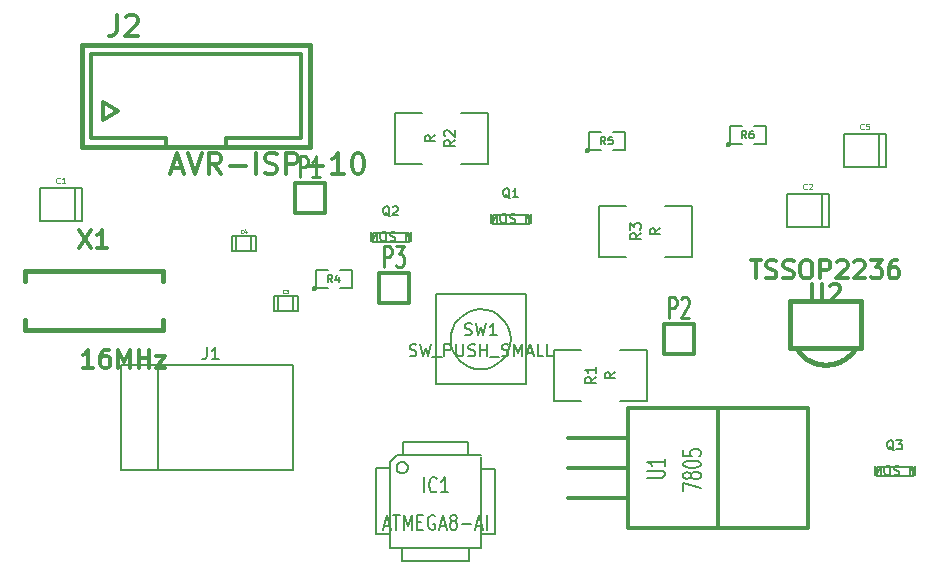
<source format=gto>
G04 (created by PCBNEW-RS274X (2011-07-20 BZR 3052)-stable) date Sat 10 Sep 2011 12:05:51 AM CEST*
G01*
G70*
G90*
%MOIN*%
G04 Gerber Fmt 3.4, Leading zero omitted, Abs format*
%FSLAX34Y34*%
G04 APERTURE LIST*
%ADD10C,0.006000*%
%ADD11C,0.015000*%
%ADD12C,0.005000*%
%ADD13C,0.008000*%
%ADD14C,0.012500*%
%ADD15C,0.012000*%
%ADD16C,0.007500*%
%ADD17C,0.010700*%
%ADD18C,0.004700*%
%ADD19C,0.002400*%
G04 APERTURE END LIST*
G54D10*
G54D11*
X56317Y-28284D02*
X56373Y-28368D01*
X56435Y-28446D01*
X56504Y-28519D01*
X56579Y-28585D01*
X56659Y-28644D01*
X56744Y-28697D01*
X56834Y-28741D01*
X56927Y-28778D01*
X57023Y-28806D01*
X57121Y-28826D01*
X57220Y-28838D01*
X57320Y-28840D01*
X57419Y-28834D01*
X57518Y-28819D01*
X57616Y-28796D01*
X57711Y-28764D01*
X57802Y-28724D01*
X57890Y-28677D01*
X56711Y-28678D02*
X56799Y-28725D01*
X56891Y-28765D01*
X56986Y-28797D01*
X57084Y-28820D01*
X57183Y-28834D01*
X57282Y-28840D01*
X57382Y-28838D01*
X57481Y-28826D01*
X57579Y-28806D01*
X57675Y-28777D01*
X57768Y-28741D01*
X57857Y-28696D01*
X57943Y-28643D01*
X58023Y-28584D01*
X58098Y-28517D01*
X58166Y-28444D01*
X58229Y-28366D01*
X58284Y-28283D01*
X56119Y-26709D02*
X58481Y-26709D01*
X58481Y-26709D02*
X58481Y-28284D01*
X58481Y-28284D02*
X56119Y-28284D01*
X56119Y-28284D02*
X56119Y-26709D01*
G54D10*
X46280Y-34490D02*
X45830Y-34490D01*
X46280Y-32310D02*
X45840Y-32310D01*
X46280Y-34490D02*
X46280Y-32310D01*
X45400Y-34960D02*
X45400Y-35390D01*
X43190Y-34970D02*
X43190Y-35390D01*
X43180Y-35390D02*
X45400Y-35400D01*
X43200Y-31420D02*
X45370Y-31410D01*
X42770Y-32110D02*
X42770Y-34940D01*
X45380Y-31420D02*
X45380Y-31830D01*
X43020Y-31870D02*
X45800Y-31870D01*
X45820Y-34950D02*
X45820Y-31910D01*
X42770Y-34950D02*
X45770Y-34950D01*
X42320Y-32280D02*
X42320Y-34500D01*
X42320Y-34500D02*
X42770Y-34500D01*
X42774Y-32100D02*
X43004Y-31870D01*
X42322Y-32280D02*
X42774Y-32280D01*
X43200Y-31870D02*
X43200Y-31418D01*
X43370Y-32274D02*
X43366Y-32310D01*
X43355Y-32345D01*
X43338Y-32378D01*
X43315Y-32406D01*
X43287Y-32429D01*
X43254Y-32447D01*
X43219Y-32458D01*
X43183Y-32461D01*
X43147Y-32458D01*
X43112Y-32448D01*
X43080Y-32431D01*
X43051Y-32408D01*
X43027Y-32380D01*
X43010Y-32348D01*
X42999Y-32313D01*
X42995Y-32276D01*
X42998Y-32241D01*
X43008Y-32205D01*
X43024Y-32173D01*
X43047Y-32144D01*
X43075Y-32120D01*
X43107Y-32102D01*
X43142Y-32091D01*
X43179Y-32087D01*
X43214Y-32089D01*
X43249Y-32099D01*
X43282Y-32116D01*
X43311Y-32138D01*
X43335Y-32166D01*
X43353Y-32198D01*
X43365Y-32233D01*
X43369Y-32269D01*
X43370Y-32274D01*
G54D12*
X46800Y-28000D02*
X46780Y-28194D01*
X46724Y-28381D01*
X46632Y-28553D01*
X46509Y-28704D01*
X46359Y-28829D01*
X46187Y-28921D01*
X46001Y-28979D01*
X45806Y-28999D01*
X45613Y-28982D01*
X45426Y-28927D01*
X45253Y-28836D01*
X45101Y-28714D01*
X44975Y-28564D01*
X44881Y-28393D01*
X44822Y-28207D01*
X44801Y-28013D01*
X44817Y-27820D01*
X44871Y-27632D01*
X44960Y-27459D01*
X45081Y-27306D01*
X45230Y-27179D01*
X45400Y-27084D01*
X45586Y-27024D01*
X45780Y-27001D01*
X45973Y-27016D01*
X46161Y-27068D01*
X46335Y-27156D01*
X46489Y-27276D01*
X46617Y-27424D01*
X46713Y-27594D01*
X46775Y-27779D01*
X46799Y-27973D01*
X46800Y-28000D01*
X44300Y-26500D02*
X47300Y-26500D01*
X47300Y-26500D02*
X47300Y-29500D01*
X47300Y-29500D02*
X44300Y-29500D01*
X44300Y-26500D02*
X44300Y-29500D01*
X59000Y-32250D02*
X60200Y-32250D01*
X60200Y-32250D02*
X60200Y-32550D01*
X60200Y-32550D02*
X59000Y-32550D01*
X59000Y-32550D02*
X59000Y-32250D01*
X46200Y-23850D02*
X47400Y-23850D01*
X47400Y-23850D02*
X47400Y-24150D01*
X47400Y-24150D02*
X46200Y-24150D01*
X46200Y-24150D02*
X46200Y-23850D01*
X42200Y-24450D02*
X43400Y-24450D01*
X43400Y-24450D02*
X43400Y-24750D01*
X43400Y-24750D02*
X42200Y-24750D01*
X42200Y-24750D02*
X42200Y-24450D01*
G54D13*
X52850Y-25250D02*
X51950Y-25250D01*
X51950Y-23550D02*
X52850Y-23550D01*
X50650Y-25250D02*
X49750Y-25250D01*
X49750Y-23550D02*
X50650Y-23550D01*
X49750Y-25250D02*
X49750Y-23550D01*
X52850Y-23550D02*
X52850Y-25250D01*
X42950Y-20450D02*
X43850Y-20450D01*
X43850Y-22150D02*
X42950Y-22150D01*
X45150Y-20450D02*
X46050Y-20450D01*
X46050Y-22150D02*
X45150Y-22150D01*
X46050Y-20450D02*
X46050Y-22150D01*
X42950Y-22150D02*
X42950Y-20450D01*
X51350Y-30050D02*
X50450Y-30050D01*
X50450Y-28350D02*
X51350Y-28350D01*
X49150Y-30050D02*
X48250Y-30050D01*
X48250Y-28350D02*
X49150Y-28350D01*
X48250Y-30050D02*
X48250Y-28350D01*
X51350Y-28350D02*
X51350Y-30050D01*
G54D12*
X49400Y-21700D02*
X49399Y-21709D01*
X49396Y-21719D01*
X49391Y-21727D01*
X49385Y-21735D01*
X49377Y-21741D01*
X49369Y-21746D01*
X49360Y-21748D01*
X49350Y-21749D01*
X49341Y-21749D01*
X49332Y-21746D01*
X49323Y-21741D01*
X49316Y-21735D01*
X49309Y-21728D01*
X49305Y-21719D01*
X49302Y-21710D01*
X49301Y-21700D01*
X49301Y-21691D01*
X49304Y-21682D01*
X49308Y-21673D01*
X49315Y-21666D01*
X49322Y-21659D01*
X49330Y-21655D01*
X49340Y-21652D01*
X49349Y-21651D01*
X49358Y-21651D01*
X49368Y-21654D01*
X49376Y-21658D01*
X49384Y-21664D01*
X49390Y-21672D01*
X49395Y-21680D01*
X49398Y-21689D01*
X49399Y-21699D01*
X49400Y-21700D01*
X49800Y-21700D02*
X49400Y-21700D01*
X49400Y-21700D02*
X49400Y-21100D01*
X49400Y-21100D02*
X49800Y-21100D01*
X50200Y-21100D02*
X50600Y-21100D01*
X50600Y-21100D02*
X50600Y-21700D01*
X50600Y-21700D02*
X50200Y-21700D01*
X54100Y-21500D02*
X54099Y-21509D01*
X54096Y-21519D01*
X54091Y-21527D01*
X54085Y-21535D01*
X54077Y-21541D01*
X54069Y-21546D01*
X54060Y-21548D01*
X54050Y-21549D01*
X54041Y-21549D01*
X54032Y-21546D01*
X54023Y-21541D01*
X54016Y-21535D01*
X54009Y-21528D01*
X54005Y-21519D01*
X54002Y-21510D01*
X54001Y-21500D01*
X54001Y-21491D01*
X54004Y-21482D01*
X54008Y-21473D01*
X54015Y-21466D01*
X54022Y-21459D01*
X54030Y-21455D01*
X54040Y-21452D01*
X54049Y-21451D01*
X54058Y-21451D01*
X54068Y-21454D01*
X54076Y-21458D01*
X54084Y-21464D01*
X54090Y-21472D01*
X54095Y-21480D01*
X54098Y-21489D01*
X54099Y-21499D01*
X54100Y-21500D01*
X54500Y-21500D02*
X54100Y-21500D01*
X54100Y-21500D02*
X54100Y-20900D01*
X54100Y-20900D02*
X54500Y-20900D01*
X54900Y-20900D02*
X55300Y-20900D01*
X55300Y-20900D02*
X55300Y-21500D01*
X55300Y-21500D02*
X54900Y-21500D01*
X40300Y-26300D02*
X40299Y-26309D01*
X40296Y-26319D01*
X40291Y-26327D01*
X40285Y-26335D01*
X40277Y-26341D01*
X40269Y-26346D01*
X40260Y-26348D01*
X40250Y-26349D01*
X40241Y-26349D01*
X40232Y-26346D01*
X40223Y-26341D01*
X40216Y-26335D01*
X40209Y-26328D01*
X40205Y-26319D01*
X40202Y-26310D01*
X40201Y-26300D01*
X40201Y-26291D01*
X40204Y-26282D01*
X40208Y-26273D01*
X40215Y-26266D01*
X40222Y-26259D01*
X40230Y-26255D01*
X40240Y-26252D01*
X40249Y-26251D01*
X40258Y-26251D01*
X40268Y-26254D01*
X40276Y-26258D01*
X40284Y-26264D01*
X40290Y-26272D01*
X40295Y-26280D01*
X40298Y-26289D01*
X40299Y-26299D01*
X40300Y-26300D01*
X40700Y-26300D02*
X40300Y-26300D01*
X40300Y-26300D02*
X40300Y-25700D01*
X40300Y-25700D02*
X40700Y-25700D01*
X41100Y-25700D02*
X41500Y-25700D01*
X41500Y-25700D02*
X41500Y-26300D01*
X41500Y-26300D02*
X41100Y-26300D01*
G54D14*
X51900Y-28500D02*
X52900Y-28500D01*
X51900Y-27500D02*
X52900Y-27500D01*
G54D15*
X51900Y-28500D02*
X51900Y-27500D01*
X52900Y-27500D02*
X52900Y-28500D01*
G54D14*
X42400Y-26800D02*
X43400Y-26800D01*
X42400Y-25800D02*
X43400Y-25800D01*
G54D15*
X42400Y-26800D02*
X42400Y-25800D01*
X43400Y-25800D02*
X43400Y-26800D01*
G54D14*
X39600Y-23800D02*
X40600Y-23800D01*
X39600Y-22800D02*
X40600Y-22800D01*
G54D15*
X39600Y-23800D02*
X39600Y-22800D01*
X40600Y-22800D02*
X40600Y-23800D01*
X48700Y-31300D02*
X50700Y-31300D01*
X48700Y-32300D02*
X50700Y-32300D01*
X48700Y-33300D02*
X50700Y-33300D01*
X50700Y-30800D02*
X50700Y-34300D01*
X50700Y-34300D02*
X56700Y-34300D01*
X56700Y-34300D02*
X56700Y-30300D01*
X50700Y-30800D02*
X50700Y-30300D01*
X53700Y-33800D02*
X53700Y-30300D01*
X53700Y-33800D02*
X53700Y-34300D01*
X50700Y-30300D02*
X56700Y-30300D01*
G54D11*
X35300Y-21600D02*
X37400Y-21600D01*
X37300Y-21600D02*
X40100Y-21600D01*
X40100Y-21600D02*
X40100Y-18200D01*
X40100Y-18200D02*
X32500Y-18200D01*
X32500Y-18200D02*
X32500Y-21600D01*
X32500Y-21600D02*
X35300Y-21600D01*
G54D15*
X32800Y-21300D02*
X32800Y-18500D01*
X39800Y-21300D02*
X39800Y-18500D01*
X35300Y-21600D02*
X35300Y-21300D01*
X35300Y-21300D02*
X32800Y-21300D01*
X32800Y-18500D02*
X39800Y-18500D01*
X39800Y-21300D02*
X37300Y-21300D01*
X37300Y-21300D02*
X37300Y-21600D01*
X33700Y-20400D02*
X33200Y-20100D01*
X33200Y-20100D02*
X33200Y-20700D01*
X33200Y-20700D02*
X33700Y-20400D01*
G54D13*
X35050Y-28850D02*
X35050Y-32350D01*
X39550Y-28850D02*
X39550Y-32350D01*
X39550Y-32350D02*
X33800Y-32350D01*
X39550Y-28850D02*
X33800Y-28850D01*
X33800Y-28850D02*
X33800Y-32350D01*
G54D11*
X30597Y-27684D02*
X35203Y-27684D01*
X35203Y-25716D02*
X30597Y-25716D01*
X35203Y-27684D02*
X35203Y-27350D01*
X35203Y-25716D02*
X35203Y-26050D01*
X30597Y-27684D02*
X30597Y-27350D01*
X30597Y-25716D02*
X30597Y-26050D01*
G54D12*
X59075Y-21150D02*
X59075Y-22250D01*
X59300Y-21150D02*
X57900Y-21150D01*
X57900Y-21150D02*
X57900Y-22250D01*
X57900Y-22250D02*
X59300Y-22250D01*
X59300Y-22250D02*
X59300Y-21150D01*
X57175Y-23150D02*
X57175Y-24250D01*
X57400Y-23150D02*
X56000Y-23150D01*
X56000Y-23150D02*
X56000Y-24250D01*
X56000Y-24250D02*
X57400Y-24250D01*
X57400Y-24250D02*
X57400Y-23150D01*
X32275Y-22950D02*
X32275Y-24050D01*
X32500Y-22950D02*
X31100Y-22950D01*
X31100Y-22950D02*
X31100Y-24050D01*
X31100Y-24050D02*
X32500Y-24050D01*
X32500Y-24050D02*
X32500Y-22950D01*
X38150Y-24550D02*
X38150Y-25050D01*
X37650Y-24550D02*
X37650Y-25040D01*
X37500Y-24550D02*
X38300Y-24550D01*
X38300Y-24550D02*
X38300Y-25050D01*
X38300Y-25050D02*
X37500Y-25050D01*
X37500Y-25050D02*
X37500Y-24550D01*
X39550Y-26550D02*
X39550Y-27050D01*
X39050Y-26550D02*
X39050Y-27040D01*
X38900Y-26550D02*
X39700Y-26550D01*
X39700Y-26550D02*
X39700Y-27050D01*
X39700Y-27050D02*
X38900Y-27050D01*
X38900Y-27050D02*
X38900Y-26550D01*
G54D15*
X56843Y-26156D02*
X56843Y-26642D01*
X56871Y-26699D01*
X56900Y-26727D01*
X56957Y-26756D01*
X57071Y-26756D01*
X57129Y-26727D01*
X57157Y-26699D01*
X57186Y-26642D01*
X57186Y-26156D01*
X57443Y-26213D02*
X57472Y-26184D01*
X57529Y-26156D01*
X57672Y-26156D01*
X57729Y-26184D01*
X57758Y-26213D01*
X57786Y-26270D01*
X57786Y-26327D01*
X57758Y-26413D01*
X57415Y-26756D01*
X57786Y-26756D01*
X54801Y-25368D02*
X55144Y-25368D01*
X54973Y-25968D02*
X54973Y-25368D01*
X55315Y-25939D02*
X55401Y-25968D01*
X55544Y-25968D01*
X55601Y-25939D01*
X55630Y-25911D01*
X55658Y-25854D01*
X55658Y-25796D01*
X55630Y-25739D01*
X55601Y-25711D01*
X55544Y-25682D01*
X55430Y-25654D01*
X55372Y-25625D01*
X55344Y-25596D01*
X55315Y-25539D01*
X55315Y-25482D01*
X55344Y-25425D01*
X55372Y-25396D01*
X55430Y-25368D01*
X55572Y-25368D01*
X55658Y-25396D01*
X55886Y-25939D02*
X55972Y-25968D01*
X56115Y-25968D01*
X56172Y-25939D01*
X56201Y-25911D01*
X56229Y-25854D01*
X56229Y-25796D01*
X56201Y-25739D01*
X56172Y-25711D01*
X56115Y-25682D01*
X56001Y-25654D01*
X55943Y-25625D01*
X55915Y-25596D01*
X55886Y-25539D01*
X55886Y-25482D01*
X55915Y-25425D01*
X55943Y-25396D01*
X56001Y-25368D01*
X56143Y-25368D01*
X56229Y-25396D01*
X56600Y-25368D02*
X56714Y-25368D01*
X56772Y-25396D01*
X56829Y-25454D01*
X56857Y-25568D01*
X56857Y-25768D01*
X56829Y-25882D01*
X56772Y-25939D01*
X56714Y-25968D01*
X56600Y-25968D01*
X56543Y-25939D01*
X56486Y-25882D01*
X56457Y-25768D01*
X56457Y-25568D01*
X56486Y-25454D01*
X56543Y-25396D01*
X56600Y-25368D01*
X57115Y-25968D02*
X57115Y-25368D01*
X57343Y-25368D01*
X57401Y-25396D01*
X57429Y-25425D01*
X57458Y-25482D01*
X57458Y-25568D01*
X57429Y-25625D01*
X57401Y-25654D01*
X57343Y-25682D01*
X57115Y-25682D01*
X57686Y-25425D02*
X57715Y-25396D01*
X57772Y-25368D01*
X57915Y-25368D01*
X57972Y-25396D01*
X58001Y-25425D01*
X58029Y-25482D01*
X58029Y-25539D01*
X58001Y-25625D01*
X57658Y-25968D01*
X58029Y-25968D01*
X58257Y-25425D02*
X58286Y-25396D01*
X58343Y-25368D01*
X58486Y-25368D01*
X58543Y-25396D01*
X58572Y-25425D01*
X58600Y-25482D01*
X58600Y-25539D01*
X58572Y-25625D01*
X58229Y-25968D01*
X58600Y-25968D01*
X58800Y-25368D02*
X59171Y-25368D01*
X58971Y-25596D01*
X59057Y-25596D01*
X59114Y-25625D01*
X59143Y-25654D01*
X59171Y-25711D01*
X59171Y-25854D01*
X59143Y-25911D01*
X59114Y-25939D01*
X59057Y-25968D01*
X58885Y-25968D01*
X58828Y-25939D01*
X58800Y-25911D01*
X59685Y-25368D02*
X59571Y-25368D01*
X59514Y-25396D01*
X59485Y-25425D01*
X59428Y-25511D01*
X59399Y-25625D01*
X59399Y-25854D01*
X59428Y-25911D01*
X59456Y-25939D01*
X59514Y-25968D01*
X59628Y-25968D01*
X59685Y-25939D01*
X59714Y-25911D01*
X59742Y-25854D01*
X59742Y-25711D01*
X59714Y-25654D01*
X59685Y-25625D01*
X59628Y-25596D01*
X59514Y-25596D01*
X59456Y-25625D01*
X59428Y-25654D01*
X59399Y-25711D01*
G54D13*
X43910Y-33102D02*
X43910Y-32602D01*
X44329Y-33055D02*
X44310Y-33079D01*
X44253Y-33102D01*
X44215Y-33102D01*
X44157Y-33079D01*
X44119Y-33031D01*
X44100Y-32983D01*
X44081Y-32888D01*
X44081Y-32817D01*
X44100Y-32721D01*
X44119Y-32674D01*
X44157Y-32626D01*
X44215Y-32602D01*
X44253Y-32602D01*
X44310Y-32626D01*
X44329Y-32650D01*
X44710Y-33102D02*
X44481Y-33102D01*
X44595Y-33102D02*
X44595Y-32602D01*
X44557Y-32674D01*
X44519Y-32721D01*
X44481Y-32745D01*
X42567Y-34210D02*
X42758Y-34210D01*
X42529Y-34352D02*
X42662Y-33852D01*
X42796Y-34352D01*
X42872Y-33852D02*
X43101Y-33852D01*
X42986Y-34352D02*
X42986Y-33852D01*
X43234Y-34352D02*
X43234Y-33852D01*
X43368Y-34210D01*
X43501Y-33852D01*
X43501Y-34352D01*
X43691Y-34090D02*
X43825Y-34090D01*
X43882Y-34352D02*
X43691Y-34352D01*
X43691Y-33852D01*
X43882Y-33852D01*
X44263Y-33876D02*
X44225Y-33852D01*
X44168Y-33852D01*
X44110Y-33876D01*
X44072Y-33924D01*
X44053Y-33971D01*
X44034Y-34067D01*
X44034Y-34138D01*
X44053Y-34233D01*
X44072Y-34281D01*
X44110Y-34329D01*
X44168Y-34352D01*
X44206Y-34352D01*
X44263Y-34329D01*
X44282Y-34305D01*
X44282Y-34138D01*
X44206Y-34138D01*
X44434Y-34210D02*
X44625Y-34210D01*
X44396Y-34352D02*
X44529Y-33852D01*
X44663Y-34352D01*
X44853Y-34067D02*
X44815Y-34043D01*
X44796Y-34019D01*
X44777Y-33971D01*
X44777Y-33948D01*
X44796Y-33900D01*
X44815Y-33876D01*
X44853Y-33852D01*
X44930Y-33852D01*
X44968Y-33876D01*
X44987Y-33900D01*
X45006Y-33948D01*
X45006Y-33971D01*
X44987Y-34019D01*
X44968Y-34043D01*
X44930Y-34067D01*
X44853Y-34067D01*
X44815Y-34090D01*
X44796Y-34114D01*
X44777Y-34162D01*
X44777Y-34257D01*
X44796Y-34305D01*
X44815Y-34329D01*
X44853Y-34352D01*
X44930Y-34352D01*
X44968Y-34329D01*
X44987Y-34305D01*
X45006Y-34257D01*
X45006Y-34162D01*
X44987Y-34114D01*
X44968Y-34090D01*
X44930Y-34067D01*
X45177Y-34162D02*
X45482Y-34162D01*
X45653Y-34210D02*
X45844Y-34210D01*
X45615Y-34352D02*
X45748Y-33852D01*
X45882Y-34352D01*
X46015Y-34352D02*
X46015Y-33852D01*
X45267Y-27843D02*
X45324Y-27862D01*
X45420Y-27862D01*
X45458Y-27843D01*
X45477Y-27824D01*
X45496Y-27786D01*
X45496Y-27748D01*
X45477Y-27710D01*
X45458Y-27690D01*
X45420Y-27671D01*
X45343Y-27652D01*
X45305Y-27633D01*
X45286Y-27614D01*
X45267Y-27576D01*
X45267Y-27538D01*
X45286Y-27500D01*
X45305Y-27481D01*
X45343Y-27462D01*
X45439Y-27462D01*
X45496Y-27481D01*
X45629Y-27462D02*
X45724Y-27862D01*
X45801Y-27576D01*
X45877Y-27862D01*
X45972Y-27462D01*
X46334Y-27862D02*
X46105Y-27862D01*
X46219Y-27862D02*
X46219Y-27462D01*
X46181Y-27519D01*
X46143Y-27557D01*
X46105Y-27576D01*
X43428Y-28543D02*
X43485Y-28562D01*
X43581Y-28562D01*
X43619Y-28543D01*
X43638Y-28524D01*
X43657Y-28486D01*
X43657Y-28448D01*
X43638Y-28410D01*
X43619Y-28390D01*
X43581Y-28371D01*
X43504Y-28352D01*
X43466Y-28333D01*
X43447Y-28314D01*
X43428Y-28276D01*
X43428Y-28238D01*
X43447Y-28200D01*
X43466Y-28181D01*
X43504Y-28162D01*
X43600Y-28162D01*
X43657Y-28181D01*
X43790Y-28162D02*
X43885Y-28562D01*
X43962Y-28276D01*
X44038Y-28562D01*
X44133Y-28162D01*
X44190Y-28600D02*
X44495Y-28600D01*
X44590Y-28562D02*
X44590Y-28162D01*
X44743Y-28162D01*
X44781Y-28181D01*
X44800Y-28200D01*
X44819Y-28238D01*
X44819Y-28295D01*
X44800Y-28333D01*
X44781Y-28352D01*
X44743Y-28371D01*
X44590Y-28371D01*
X44990Y-28162D02*
X44990Y-28486D01*
X45009Y-28524D01*
X45028Y-28543D01*
X45066Y-28562D01*
X45143Y-28562D01*
X45181Y-28543D01*
X45200Y-28524D01*
X45219Y-28486D01*
X45219Y-28162D01*
X45390Y-28543D02*
X45447Y-28562D01*
X45543Y-28562D01*
X45581Y-28543D01*
X45600Y-28524D01*
X45619Y-28486D01*
X45619Y-28448D01*
X45600Y-28410D01*
X45581Y-28390D01*
X45543Y-28371D01*
X45466Y-28352D01*
X45428Y-28333D01*
X45409Y-28314D01*
X45390Y-28276D01*
X45390Y-28238D01*
X45409Y-28200D01*
X45428Y-28181D01*
X45466Y-28162D01*
X45562Y-28162D01*
X45619Y-28181D01*
X45790Y-28562D02*
X45790Y-28162D01*
X45790Y-28352D02*
X46019Y-28352D01*
X46019Y-28562D02*
X46019Y-28162D01*
X46114Y-28600D02*
X46419Y-28600D01*
X46495Y-28543D02*
X46552Y-28562D01*
X46648Y-28562D01*
X46686Y-28543D01*
X46705Y-28524D01*
X46724Y-28486D01*
X46724Y-28448D01*
X46705Y-28410D01*
X46686Y-28390D01*
X46648Y-28371D01*
X46571Y-28352D01*
X46533Y-28333D01*
X46514Y-28314D01*
X46495Y-28276D01*
X46495Y-28238D01*
X46514Y-28200D01*
X46533Y-28181D01*
X46571Y-28162D01*
X46667Y-28162D01*
X46724Y-28181D01*
X46895Y-28562D02*
X46895Y-28162D01*
X47029Y-28448D01*
X47162Y-28162D01*
X47162Y-28562D01*
X47333Y-28448D02*
X47524Y-28448D01*
X47295Y-28562D02*
X47428Y-28162D01*
X47562Y-28562D01*
X47886Y-28562D02*
X47695Y-28562D01*
X47695Y-28162D01*
X48210Y-28562D02*
X48019Y-28562D01*
X48019Y-28162D01*
G54D16*
X59571Y-31700D02*
X59543Y-31686D01*
X59514Y-31657D01*
X59471Y-31614D01*
X59443Y-31600D01*
X59414Y-31600D01*
X59429Y-31671D02*
X59400Y-31657D01*
X59371Y-31629D01*
X59357Y-31571D01*
X59357Y-31471D01*
X59371Y-31414D01*
X59400Y-31386D01*
X59429Y-31371D01*
X59486Y-31371D01*
X59514Y-31386D01*
X59543Y-31414D01*
X59557Y-31471D01*
X59557Y-31571D01*
X59543Y-31629D01*
X59514Y-31657D01*
X59486Y-31671D01*
X59429Y-31671D01*
X59657Y-31371D02*
X59843Y-31371D01*
X59743Y-31486D01*
X59785Y-31486D01*
X59814Y-31500D01*
X59828Y-31514D01*
X59843Y-31543D01*
X59843Y-31614D01*
X59828Y-31643D01*
X59814Y-31657D01*
X59785Y-31671D01*
X59700Y-31671D01*
X59671Y-31657D01*
X59657Y-31643D01*
X58928Y-32521D02*
X58928Y-32221D01*
X59028Y-32436D01*
X59128Y-32221D01*
X59128Y-32521D01*
X59329Y-32221D02*
X59386Y-32221D01*
X59414Y-32236D01*
X59443Y-32264D01*
X59457Y-32321D01*
X59457Y-32421D01*
X59443Y-32479D01*
X59414Y-32507D01*
X59386Y-32521D01*
X59329Y-32521D01*
X59300Y-32507D01*
X59271Y-32479D01*
X59257Y-32421D01*
X59257Y-32321D01*
X59271Y-32264D01*
X59300Y-32236D01*
X59329Y-32221D01*
X59571Y-32507D02*
X59614Y-32521D01*
X59685Y-32521D01*
X59714Y-32507D01*
X59728Y-32493D01*
X59743Y-32464D01*
X59743Y-32436D01*
X59728Y-32407D01*
X59714Y-32393D01*
X59685Y-32379D01*
X59628Y-32364D01*
X59600Y-32350D01*
X59585Y-32336D01*
X59571Y-32307D01*
X59571Y-32279D01*
X59585Y-32250D01*
X59600Y-32236D01*
X59628Y-32221D01*
X59700Y-32221D01*
X59743Y-32236D01*
X59800Y-32550D02*
X60029Y-32550D01*
X60100Y-32521D02*
X60100Y-32221D01*
X60272Y-32521D01*
X60272Y-32221D01*
X46771Y-23300D02*
X46743Y-23286D01*
X46714Y-23257D01*
X46671Y-23214D01*
X46643Y-23200D01*
X46614Y-23200D01*
X46629Y-23271D02*
X46600Y-23257D01*
X46571Y-23229D01*
X46557Y-23171D01*
X46557Y-23071D01*
X46571Y-23014D01*
X46600Y-22986D01*
X46629Y-22971D01*
X46686Y-22971D01*
X46714Y-22986D01*
X46743Y-23014D01*
X46757Y-23071D01*
X46757Y-23171D01*
X46743Y-23229D01*
X46714Y-23257D01*
X46686Y-23271D01*
X46629Y-23271D01*
X47043Y-23271D02*
X46871Y-23271D01*
X46957Y-23271D02*
X46957Y-22971D01*
X46928Y-23014D01*
X46900Y-23043D01*
X46871Y-23057D01*
X46128Y-24121D02*
X46128Y-23821D01*
X46228Y-24036D01*
X46328Y-23821D01*
X46328Y-24121D01*
X46529Y-23821D02*
X46586Y-23821D01*
X46614Y-23836D01*
X46643Y-23864D01*
X46657Y-23921D01*
X46657Y-24021D01*
X46643Y-24079D01*
X46614Y-24107D01*
X46586Y-24121D01*
X46529Y-24121D01*
X46500Y-24107D01*
X46471Y-24079D01*
X46457Y-24021D01*
X46457Y-23921D01*
X46471Y-23864D01*
X46500Y-23836D01*
X46529Y-23821D01*
X46771Y-24107D02*
X46814Y-24121D01*
X46885Y-24121D01*
X46914Y-24107D01*
X46928Y-24093D01*
X46943Y-24064D01*
X46943Y-24036D01*
X46928Y-24007D01*
X46914Y-23993D01*
X46885Y-23979D01*
X46828Y-23964D01*
X46800Y-23950D01*
X46785Y-23936D01*
X46771Y-23907D01*
X46771Y-23879D01*
X46785Y-23850D01*
X46800Y-23836D01*
X46828Y-23821D01*
X46900Y-23821D01*
X46943Y-23836D01*
X47000Y-24150D02*
X47229Y-24150D01*
X47300Y-24121D02*
X47300Y-23821D01*
X47472Y-24121D01*
X47472Y-23821D01*
X42771Y-23900D02*
X42743Y-23886D01*
X42714Y-23857D01*
X42671Y-23814D01*
X42643Y-23800D01*
X42614Y-23800D01*
X42629Y-23871D02*
X42600Y-23857D01*
X42571Y-23829D01*
X42557Y-23771D01*
X42557Y-23671D01*
X42571Y-23614D01*
X42600Y-23586D01*
X42629Y-23571D01*
X42686Y-23571D01*
X42714Y-23586D01*
X42743Y-23614D01*
X42757Y-23671D01*
X42757Y-23771D01*
X42743Y-23829D01*
X42714Y-23857D01*
X42686Y-23871D01*
X42629Y-23871D01*
X42871Y-23600D02*
X42885Y-23586D01*
X42914Y-23571D01*
X42985Y-23571D01*
X43014Y-23586D01*
X43028Y-23600D01*
X43043Y-23629D01*
X43043Y-23657D01*
X43028Y-23700D01*
X42857Y-23871D01*
X43043Y-23871D01*
X42128Y-24721D02*
X42128Y-24421D01*
X42228Y-24636D01*
X42328Y-24421D01*
X42328Y-24721D01*
X42529Y-24421D02*
X42586Y-24421D01*
X42614Y-24436D01*
X42643Y-24464D01*
X42657Y-24521D01*
X42657Y-24621D01*
X42643Y-24679D01*
X42614Y-24707D01*
X42586Y-24721D01*
X42529Y-24721D01*
X42500Y-24707D01*
X42471Y-24679D01*
X42457Y-24621D01*
X42457Y-24521D01*
X42471Y-24464D01*
X42500Y-24436D01*
X42529Y-24421D01*
X42771Y-24707D02*
X42814Y-24721D01*
X42885Y-24721D01*
X42914Y-24707D01*
X42928Y-24693D01*
X42943Y-24664D01*
X42943Y-24636D01*
X42928Y-24607D01*
X42914Y-24593D01*
X42885Y-24579D01*
X42828Y-24564D01*
X42800Y-24550D01*
X42785Y-24536D01*
X42771Y-24507D01*
X42771Y-24479D01*
X42785Y-24450D01*
X42800Y-24436D01*
X42828Y-24421D01*
X42900Y-24421D01*
X42943Y-24436D01*
X43000Y-24750D02*
X43229Y-24750D01*
X43300Y-24721D02*
X43300Y-24421D01*
X43472Y-24721D01*
X43472Y-24421D01*
G54D10*
X51142Y-24458D02*
X50975Y-24574D01*
X51142Y-24658D02*
X50792Y-24658D01*
X50792Y-24524D01*
X50808Y-24491D01*
X50825Y-24474D01*
X50858Y-24458D01*
X50908Y-24458D01*
X50942Y-24474D01*
X50958Y-24491D01*
X50975Y-24524D01*
X50975Y-24658D01*
X50792Y-24341D02*
X50792Y-24124D01*
X50925Y-24241D01*
X50925Y-24191D01*
X50942Y-24158D01*
X50958Y-24141D01*
X50992Y-24124D01*
X51075Y-24124D01*
X51108Y-24141D01*
X51125Y-24158D01*
X51142Y-24191D01*
X51142Y-24291D01*
X51125Y-24324D01*
X51108Y-24341D01*
X51792Y-24292D02*
X51625Y-24408D01*
X51792Y-24492D02*
X51442Y-24492D01*
X51442Y-24358D01*
X51458Y-24325D01*
X51475Y-24308D01*
X51508Y-24292D01*
X51558Y-24292D01*
X51592Y-24308D01*
X51608Y-24325D01*
X51625Y-24358D01*
X51625Y-24492D01*
X44942Y-21358D02*
X44775Y-21474D01*
X44942Y-21558D02*
X44592Y-21558D01*
X44592Y-21424D01*
X44608Y-21391D01*
X44625Y-21374D01*
X44658Y-21358D01*
X44708Y-21358D01*
X44742Y-21374D01*
X44758Y-21391D01*
X44775Y-21424D01*
X44775Y-21558D01*
X44625Y-21224D02*
X44608Y-21208D01*
X44592Y-21174D01*
X44592Y-21091D01*
X44608Y-21058D01*
X44625Y-21041D01*
X44658Y-21024D01*
X44692Y-21024D01*
X44742Y-21041D01*
X44942Y-21241D01*
X44942Y-21024D01*
X44292Y-21192D02*
X44125Y-21308D01*
X44292Y-21392D02*
X43942Y-21392D01*
X43942Y-21258D01*
X43958Y-21225D01*
X43975Y-21208D01*
X44008Y-21192D01*
X44058Y-21192D01*
X44092Y-21208D01*
X44108Y-21225D01*
X44125Y-21258D01*
X44125Y-21392D01*
X49642Y-29258D02*
X49475Y-29374D01*
X49642Y-29458D02*
X49292Y-29458D01*
X49292Y-29324D01*
X49308Y-29291D01*
X49325Y-29274D01*
X49358Y-29258D01*
X49408Y-29258D01*
X49442Y-29274D01*
X49458Y-29291D01*
X49475Y-29324D01*
X49475Y-29458D01*
X49642Y-28924D02*
X49642Y-29124D01*
X49642Y-29024D02*
X49292Y-29024D01*
X49342Y-29058D01*
X49375Y-29091D01*
X49392Y-29124D01*
X50292Y-29092D02*
X50125Y-29208D01*
X50292Y-29292D02*
X49942Y-29292D01*
X49942Y-29158D01*
X49958Y-29125D01*
X49975Y-29108D01*
X50008Y-29092D01*
X50058Y-29092D01*
X50092Y-29108D01*
X50108Y-29125D01*
X50125Y-29158D01*
X50125Y-29292D01*
G54D12*
X49958Y-21501D02*
X49875Y-21382D01*
X49816Y-21501D02*
X49816Y-21251D01*
X49911Y-21251D01*
X49935Y-21263D01*
X49946Y-21275D01*
X49958Y-21299D01*
X49958Y-21335D01*
X49946Y-21358D01*
X49935Y-21370D01*
X49911Y-21382D01*
X49816Y-21382D01*
X50185Y-21251D02*
X50066Y-21251D01*
X50054Y-21370D01*
X50066Y-21358D01*
X50089Y-21346D01*
X50149Y-21346D01*
X50173Y-21358D01*
X50185Y-21370D01*
X50196Y-21394D01*
X50196Y-21454D01*
X50185Y-21477D01*
X50173Y-21489D01*
X50149Y-21501D01*
X50089Y-21501D01*
X50066Y-21489D01*
X50054Y-21477D01*
X54658Y-21301D02*
X54575Y-21182D01*
X54516Y-21301D02*
X54516Y-21051D01*
X54611Y-21051D01*
X54635Y-21063D01*
X54646Y-21075D01*
X54658Y-21099D01*
X54658Y-21135D01*
X54646Y-21158D01*
X54635Y-21170D01*
X54611Y-21182D01*
X54516Y-21182D01*
X54873Y-21051D02*
X54825Y-21051D01*
X54801Y-21063D01*
X54789Y-21075D01*
X54766Y-21111D01*
X54754Y-21158D01*
X54754Y-21254D01*
X54766Y-21277D01*
X54777Y-21289D01*
X54801Y-21301D01*
X54849Y-21301D01*
X54873Y-21289D01*
X54885Y-21277D01*
X54896Y-21254D01*
X54896Y-21194D01*
X54885Y-21170D01*
X54873Y-21158D01*
X54849Y-21146D01*
X54801Y-21146D01*
X54777Y-21158D01*
X54766Y-21170D01*
X54754Y-21194D01*
X40858Y-26101D02*
X40775Y-25982D01*
X40716Y-26101D02*
X40716Y-25851D01*
X40811Y-25851D01*
X40835Y-25863D01*
X40846Y-25875D01*
X40858Y-25899D01*
X40858Y-25935D01*
X40846Y-25958D01*
X40835Y-25970D01*
X40811Y-25982D01*
X40716Y-25982D01*
X41073Y-25935D02*
X41073Y-26101D01*
X41013Y-25839D02*
X40954Y-26018D01*
X41108Y-26018D01*
G54D17*
X52084Y-27275D02*
X52084Y-26594D01*
X52247Y-26594D01*
X52288Y-26627D01*
X52308Y-26659D01*
X52328Y-26724D01*
X52328Y-26821D01*
X52308Y-26886D01*
X52288Y-26918D01*
X52247Y-26951D01*
X52084Y-26951D01*
X52492Y-26659D02*
X52512Y-26627D01*
X52553Y-26594D01*
X52655Y-26594D01*
X52695Y-26627D01*
X52716Y-26659D01*
X52736Y-26724D01*
X52736Y-26789D01*
X52716Y-26886D01*
X52471Y-27275D01*
X52736Y-27275D01*
X42584Y-25575D02*
X42584Y-24894D01*
X42747Y-24894D01*
X42788Y-24927D01*
X42808Y-24959D01*
X42828Y-25024D01*
X42828Y-25121D01*
X42808Y-25186D01*
X42788Y-25218D01*
X42747Y-25251D01*
X42584Y-25251D01*
X42971Y-24894D02*
X43236Y-24894D01*
X43093Y-25154D01*
X43155Y-25154D01*
X43195Y-25186D01*
X43216Y-25218D01*
X43236Y-25283D01*
X43236Y-25445D01*
X43216Y-25510D01*
X43195Y-25543D01*
X43155Y-25575D01*
X43032Y-25575D01*
X42992Y-25543D01*
X42971Y-25510D01*
X39784Y-22575D02*
X39784Y-21894D01*
X39947Y-21894D01*
X39988Y-21927D01*
X40008Y-21959D01*
X40028Y-22024D01*
X40028Y-22121D01*
X40008Y-22186D01*
X39988Y-22218D01*
X39947Y-22251D01*
X39784Y-22251D01*
X40436Y-22575D02*
X40192Y-22575D01*
X40314Y-22575D02*
X40314Y-21894D01*
X40273Y-21991D01*
X40232Y-22056D01*
X40192Y-22089D01*
G54D13*
X51343Y-32605D02*
X51829Y-32605D01*
X51886Y-32586D01*
X51914Y-32567D01*
X51943Y-32529D01*
X51943Y-32452D01*
X51914Y-32414D01*
X51886Y-32395D01*
X51829Y-32376D01*
X51343Y-32376D01*
X51943Y-31976D02*
X51943Y-32205D01*
X51943Y-32091D02*
X51343Y-32091D01*
X51429Y-32129D01*
X51486Y-32167D01*
X51514Y-32205D01*
X52543Y-33055D02*
X52543Y-32788D01*
X53143Y-32960D01*
X52800Y-32579D02*
X52771Y-32617D01*
X52743Y-32636D01*
X52686Y-32655D01*
X52657Y-32655D01*
X52600Y-32636D01*
X52571Y-32617D01*
X52543Y-32579D01*
X52543Y-32502D01*
X52571Y-32464D01*
X52600Y-32445D01*
X52657Y-32426D01*
X52686Y-32426D01*
X52743Y-32445D01*
X52771Y-32464D01*
X52800Y-32502D01*
X52800Y-32579D01*
X52829Y-32617D01*
X52857Y-32636D01*
X52914Y-32655D01*
X53029Y-32655D01*
X53086Y-32636D01*
X53114Y-32617D01*
X53143Y-32579D01*
X53143Y-32502D01*
X53114Y-32464D01*
X53086Y-32445D01*
X53029Y-32426D01*
X52914Y-32426D01*
X52857Y-32445D01*
X52829Y-32464D01*
X52800Y-32502D01*
X52543Y-32179D02*
X52543Y-32140D01*
X52571Y-32102D01*
X52600Y-32083D01*
X52657Y-32064D01*
X52771Y-32045D01*
X52914Y-32045D01*
X53029Y-32064D01*
X53086Y-32083D01*
X53114Y-32102D01*
X53143Y-32140D01*
X53143Y-32179D01*
X53114Y-32217D01*
X53086Y-32236D01*
X53029Y-32255D01*
X52914Y-32274D01*
X52771Y-32274D01*
X52657Y-32255D01*
X52600Y-32236D01*
X52571Y-32217D01*
X52543Y-32179D01*
X52543Y-31683D02*
X52543Y-31874D01*
X52829Y-31893D01*
X52800Y-31874D01*
X52771Y-31836D01*
X52771Y-31740D01*
X52800Y-31702D01*
X52829Y-31683D01*
X52886Y-31664D01*
X53029Y-31664D01*
X53086Y-31683D01*
X53114Y-31702D01*
X53143Y-31740D01*
X53143Y-31836D01*
X53114Y-31874D01*
X53086Y-31893D01*
G54D15*
X33667Y-17183D02*
X33667Y-17683D01*
X33633Y-17783D01*
X33567Y-17850D01*
X33467Y-17883D01*
X33400Y-17883D01*
X33966Y-17250D02*
X34000Y-17217D01*
X34066Y-17183D01*
X34233Y-17183D01*
X34300Y-17217D01*
X34333Y-17250D01*
X34366Y-17317D01*
X34366Y-17383D01*
X34333Y-17483D01*
X33933Y-17883D01*
X34366Y-17883D01*
X35499Y-22283D02*
X35833Y-22283D01*
X35433Y-22483D02*
X35666Y-21783D01*
X35899Y-22483D01*
X36033Y-21783D02*
X36266Y-22483D01*
X36499Y-21783D01*
X37133Y-22483D02*
X36899Y-22150D01*
X36733Y-22483D02*
X36733Y-21783D01*
X36999Y-21783D01*
X37066Y-21817D01*
X37099Y-21850D01*
X37133Y-21917D01*
X37133Y-22017D01*
X37099Y-22083D01*
X37066Y-22117D01*
X36999Y-22150D01*
X36733Y-22150D01*
X37433Y-22217D02*
X37966Y-22217D01*
X38300Y-22483D02*
X38300Y-21783D01*
X38599Y-22450D02*
X38699Y-22483D01*
X38866Y-22483D01*
X38933Y-22450D01*
X38966Y-22417D01*
X38999Y-22350D01*
X38999Y-22283D01*
X38966Y-22217D01*
X38933Y-22183D01*
X38866Y-22150D01*
X38733Y-22117D01*
X38666Y-22083D01*
X38633Y-22050D01*
X38599Y-21983D01*
X38599Y-21917D01*
X38633Y-21850D01*
X38666Y-21817D01*
X38733Y-21783D01*
X38899Y-21783D01*
X38999Y-21817D01*
X39300Y-22483D02*
X39300Y-21783D01*
X39566Y-21783D01*
X39633Y-21817D01*
X39666Y-21850D01*
X39700Y-21917D01*
X39700Y-22017D01*
X39666Y-22083D01*
X39633Y-22117D01*
X39566Y-22150D01*
X39300Y-22150D01*
X40000Y-22217D02*
X40533Y-22217D01*
X41233Y-22483D02*
X40833Y-22483D01*
X41033Y-22483D02*
X41033Y-21783D01*
X40967Y-21883D01*
X40900Y-21950D01*
X40833Y-21983D01*
X41667Y-21783D02*
X41734Y-21783D01*
X41800Y-21817D01*
X41834Y-21850D01*
X41867Y-21917D01*
X41900Y-22050D01*
X41900Y-22217D01*
X41867Y-22350D01*
X41834Y-22417D01*
X41800Y-22450D01*
X41734Y-22483D01*
X41667Y-22483D01*
X41600Y-22450D01*
X41567Y-22417D01*
X41534Y-22350D01*
X41500Y-22217D01*
X41500Y-22050D01*
X41534Y-21917D01*
X41567Y-21850D01*
X41600Y-21817D01*
X41667Y-21783D01*
G54D13*
X36667Y-28262D02*
X36667Y-28548D01*
X36647Y-28605D01*
X36609Y-28643D01*
X36552Y-28662D01*
X36514Y-28662D01*
X37067Y-28662D02*
X36838Y-28662D01*
X36952Y-28662D02*
X36952Y-28262D01*
X36914Y-28319D01*
X36876Y-28357D01*
X36838Y-28376D01*
G54D15*
X32415Y-24343D02*
X32815Y-24943D01*
X32815Y-24343D02*
X32415Y-24943D01*
X33357Y-24943D02*
X33014Y-24943D01*
X33186Y-24943D02*
X33186Y-24343D01*
X33129Y-24429D01*
X33071Y-24486D01*
X33014Y-24514D01*
X32886Y-28943D02*
X32543Y-28943D01*
X32715Y-28943D02*
X32715Y-28343D01*
X32658Y-28429D01*
X32600Y-28486D01*
X32543Y-28514D01*
X33400Y-28343D02*
X33286Y-28343D01*
X33229Y-28371D01*
X33200Y-28400D01*
X33143Y-28486D01*
X33114Y-28600D01*
X33114Y-28829D01*
X33143Y-28886D01*
X33171Y-28914D01*
X33229Y-28943D01*
X33343Y-28943D01*
X33400Y-28914D01*
X33429Y-28886D01*
X33457Y-28829D01*
X33457Y-28686D01*
X33429Y-28629D01*
X33400Y-28600D01*
X33343Y-28571D01*
X33229Y-28571D01*
X33171Y-28600D01*
X33143Y-28629D01*
X33114Y-28686D01*
X33714Y-28943D02*
X33714Y-28343D01*
X33914Y-28771D01*
X34114Y-28343D01*
X34114Y-28943D01*
X34400Y-28943D02*
X34400Y-28343D01*
X34400Y-28629D02*
X34743Y-28629D01*
X34743Y-28943D02*
X34743Y-28343D01*
X34972Y-28543D02*
X35286Y-28543D01*
X34972Y-28943D01*
X35286Y-28943D01*
G54D18*
X58567Y-20985D02*
X58558Y-20995D01*
X58530Y-21004D01*
X58511Y-21004D01*
X58483Y-20995D01*
X58464Y-20976D01*
X58455Y-20957D01*
X58446Y-20920D01*
X58446Y-20892D01*
X58455Y-20854D01*
X58464Y-20835D01*
X58483Y-20817D01*
X58511Y-20807D01*
X58530Y-20807D01*
X58558Y-20817D01*
X58567Y-20826D01*
X58746Y-20807D02*
X58652Y-20807D01*
X58643Y-20901D01*
X58652Y-20892D01*
X58671Y-20882D01*
X58718Y-20882D01*
X58736Y-20892D01*
X58746Y-20901D01*
X58755Y-20920D01*
X58755Y-20967D01*
X58746Y-20985D01*
X58736Y-20995D01*
X58718Y-21004D01*
X58671Y-21004D01*
X58652Y-20995D01*
X58643Y-20985D01*
X56667Y-22985D02*
X56658Y-22995D01*
X56630Y-23004D01*
X56611Y-23004D01*
X56583Y-22995D01*
X56564Y-22976D01*
X56555Y-22957D01*
X56546Y-22920D01*
X56546Y-22892D01*
X56555Y-22854D01*
X56564Y-22835D01*
X56583Y-22817D01*
X56611Y-22807D01*
X56630Y-22807D01*
X56658Y-22817D01*
X56667Y-22826D01*
X56743Y-22826D02*
X56752Y-22817D01*
X56771Y-22807D01*
X56818Y-22807D01*
X56836Y-22817D01*
X56846Y-22826D01*
X56855Y-22845D01*
X56855Y-22864D01*
X56846Y-22892D01*
X56733Y-23004D01*
X56855Y-23004D01*
X31767Y-22785D02*
X31758Y-22795D01*
X31730Y-22804D01*
X31711Y-22804D01*
X31683Y-22795D01*
X31664Y-22776D01*
X31655Y-22757D01*
X31646Y-22720D01*
X31646Y-22692D01*
X31655Y-22654D01*
X31664Y-22635D01*
X31683Y-22617D01*
X31711Y-22607D01*
X31730Y-22607D01*
X31758Y-22617D01*
X31767Y-22626D01*
X31955Y-22804D02*
X31843Y-22804D01*
X31899Y-22804D02*
X31899Y-22607D01*
X31880Y-22635D01*
X31861Y-22654D01*
X31843Y-22664D01*
G54D19*
X37881Y-24447D02*
X37875Y-24452D01*
X37858Y-24458D01*
X37847Y-24458D01*
X37830Y-24452D01*
X37819Y-24441D01*
X37813Y-24430D01*
X37807Y-24407D01*
X37807Y-24390D01*
X37813Y-24368D01*
X37819Y-24357D01*
X37830Y-24345D01*
X37847Y-24340D01*
X37858Y-24340D01*
X37875Y-24345D01*
X37881Y-24351D01*
X37982Y-24379D02*
X37982Y-24458D01*
X37954Y-24334D02*
X37925Y-24418D01*
X37999Y-24418D01*
X39281Y-26447D02*
X39275Y-26452D01*
X39258Y-26458D01*
X39247Y-26458D01*
X39230Y-26452D01*
X39219Y-26441D01*
X39213Y-26430D01*
X39207Y-26407D01*
X39207Y-26390D01*
X39213Y-26368D01*
X39219Y-26357D01*
X39230Y-26345D01*
X39247Y-26340D01*
X39258Y-26340D01*
X39275Y-26345D01*
X39281Y-26351D01*
X39320Y-26340D02*
X39393Y-26340D01*
X39354Y-26385D01*
X39370Y-26385D01*
X39382Y-26390D01*
X39387Y-26396D01*
X39393Y-26407D01*
X39393Y-26435D01*
X39387Y-26447D01*
X39382Y-26452D01*
X39370Y-26458D01*
X39337Y-26458D01*
X39325Y-26452D01*
X39320Y-26447D01*
M02*

</source>
